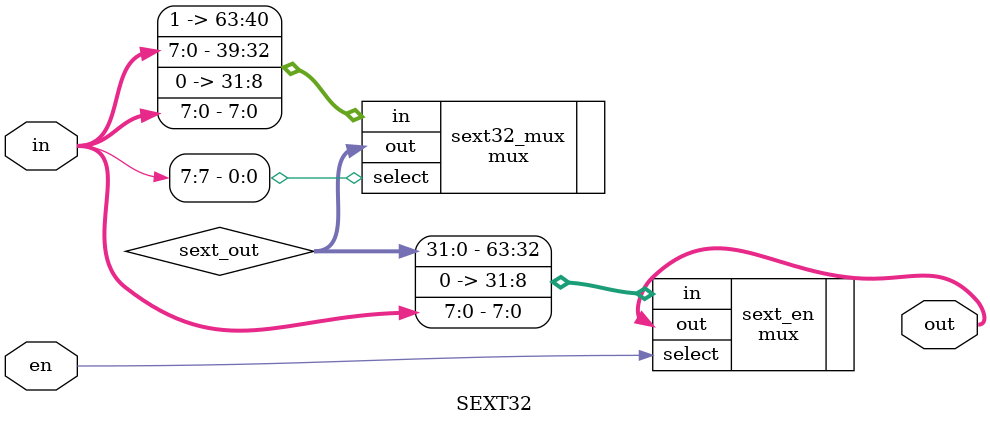
<source format=v>
`timescale 1ns/1ps
module SEXT32(in, out, en);
input [7:0] in;
input en;
output [31:0] out;

wire [31:0] sext_out;
mux #(.INPUTS(2), .WIDTH(32)) sext32_mux(.in({{24'hffffff, in}, {24'h000000, in}}), .out(sext_out), .select(in[7]));
mux #(.INPUTS(2), .WIDTH(32)) sext_en(.in({sext_out,{24'h000000, in}}), .out(out), .select(en));
endmodule
</source>
